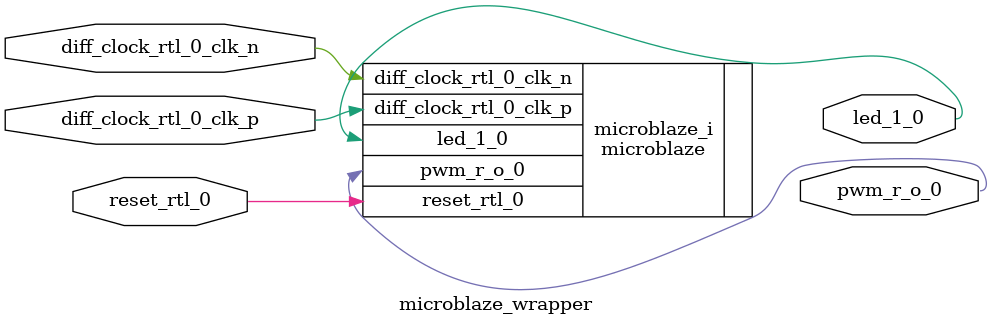
<source format=v>
`timescale 1 ps / 1 ps

module microblaze_wrapper
   (diff_clock_rtl_0_clk_n,
    diff_clock_rtl_0_clk_p,
    led_1_0,
    pwm_r_o_0,
    reset_rtl_0);
  input diff_clock_rtl_0_clk_n;
  input diff_clock_rtl_0_clk_p;
  output led_1_0;
  output pwm_r_o_0;
  input reset_rtl_0;

  wire diff_clock_rtl_0_clk_n;
  wire diff_clock_rtl_0_clk_p;
  wire led_1_0;
  wire pwm_r_o_0;
  wire reset_rtl_0;

  microblaze microblaze_i
       (.diff_clock_rtl_0_clk_n(diff_clock_rtl_0_clk_n),
        .diff_clock_rtl_0_clk_p(diff_clock_rtl_0_clk_p),
        .led_1_0(led_1_0),
        .pwm_r_o_0(pwm_r_o_0),
        .reset_rtl_0(reset_rtl_0));
endmodule

</source>
